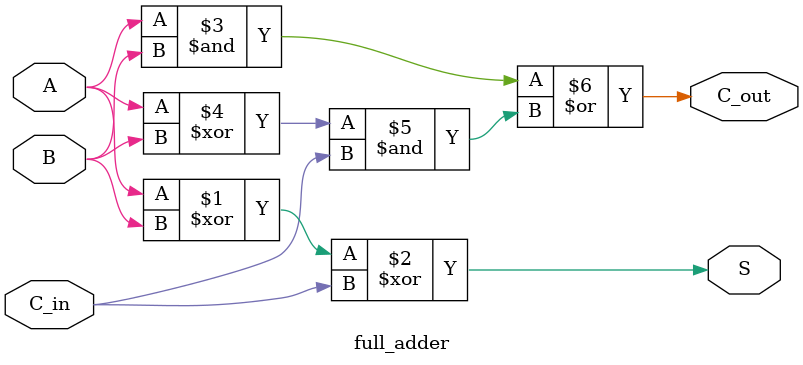
<source format=v>
module add_16bit(A, B, S, C_out);
    input [16:1] A;       // 16-bit input A
    input [16:1] B;       // 16-bit input B
    output [16:1] S;      // 16-bit sum output
    output C_out;         // Carry out

    wire c4, c8, c12;

    // Instantiate 4-bit adders
    adder_4 add1(
        .A(A[4:1]),
        .B(B[4:1]),
        .C_in(0),
        .S(S[4:1]),
        .C_out(c4)
    );

    adder_4 add2(
        .A(A[8:5]),
        .B(B[8:5]),
        .C_in(c4),
        .S(S[8:5]),
        .C_out(c8)
    );

    adder_4 add3(
        .A(A[12:9]),
        .B(B[12:9]),
        .C_in(c8),
        .S(S[12:9]),
        .C_out(c12)
    );

    adder_4 add4(
        .A(A[16:13]),
        .B(B[16:13]),
        .C_in(c12),
        .S(S[16:13]),
        .C_out(C_out)
    );
endmodule

module adder_4(A, B, C_in, S, C_out);
    input [4:1] A;        // 4-bit input A
    input [4:1] B;        // 4-bit input B
    input C_in;           // Carry in
    output [4:1] S;       // 4-bit sum output
    output C_out;         // Carry out

    wire g1, g2, g3, g4;  // Generate signals
    wire p1, p2, p3, p4;  // Propagate signals
    wire c1, c2, c3;      // Internal carry signals

    // Instantiate full adders for each bit
    full_adder fa1(
        .A(A[1]),
        .B(B[1]),
        .C_in(C_in),
        .S(S[1]),
        .C_out(c1)
    );

    full_adder fa2(
        .A(A[2]),
        .B(B[2]),
        .C_in(c1),
        .S(S[2]),
        .C_out(c2)
    );

    full_adder fa3(
        .A(A[3]),
        .B(B[3]),
        .C_in(c2),
        .S(S[3]),
        .C_out(c3)
    );

    full_adder fa4(
        .A(A[4]),
        .B(B[4]),
        .C_in(c3),
        .S(S[4]),
        .C_out(C_out)
    );

    // Generate and propagate signals
    assign p1 = A[1] ^ B[1];
    assign g1 = A[1] & B[1];

    assign p2 = A[2] ^ B[2];
    assign g2 = A[2] & B[2];

    assign p3 = A[3] ^ B[3];
    assign g3 = A[3] & B[3];

    assign p4 = A[4] ^ B[4];
    assign g4 = A[4] & B[4];

endmodule

module full_adder(A, B, C_in, S, C_out);
    input A;              // Input A
    input B;              // Input B
    input C_in;           // Carry in
    output S;             // Sum output
    output C_out;         // Carry out

    assign S = A ^ B ^ C_in; // Sum calculation
    assign C_out = (A & B) | ((A ^ B) & C_in); // Carry out calculation
endmodule

</source>
